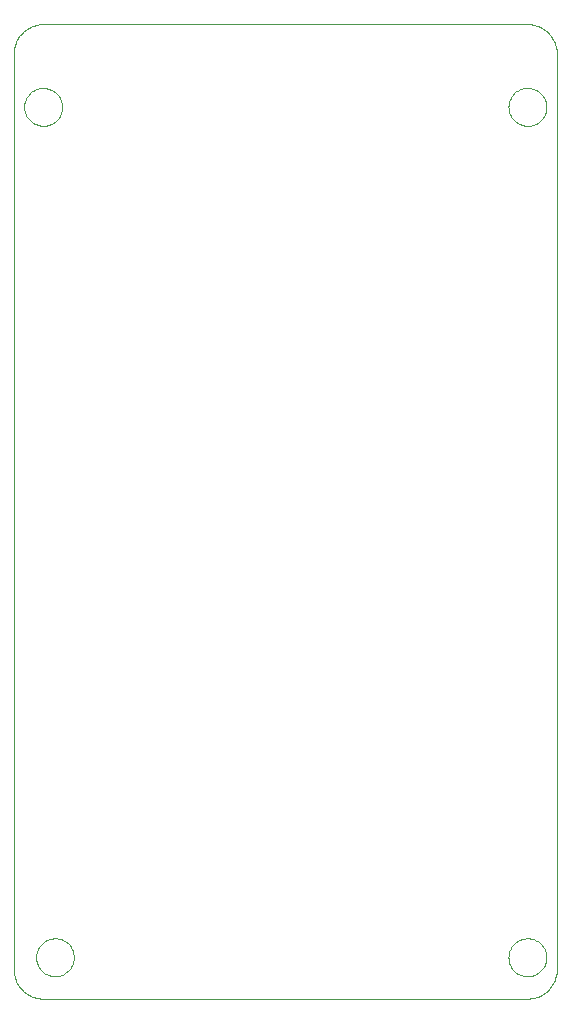
<source format=gbp>
G75*
%MOIN*%
%OFA0B0*%
%FSLAX24Y24*%
%IPPOS*%
%LPD*%
%AMOC8*
5,1,8,0,0,1.08239X$1,22.5*
%
%ADD10C,0.0000*%
D10*
X003149Y005613D02*
X019291Y005613D01*
X019353Y005615D01*
X019414Y005621D01*
X019475Y005630D01*
X019536Y005644D01*
X019595Y005661D01*
X019653Y005682D01*
X019710Y005707D01*
X019765Y005735D01*
X019818Y005766D01*
X019869Y005801D01*
X019918Y005839D01*
X019965Y005880D01*
X020008Y005923D01*
X020049Y005970D01*
X020087Y006019D01*
X020122Y006070D01*
X020153Y006123D01*
X020181Y006178D01*
X020206Y006235D01*
X020227Y006293D01*
X020244Y006352D01*
X020258Y006413D01*
X020267Y006474D01*
X020273Y006535D01*
X020275Y006597D01*
X020275Y037109D01*
X020273Y037171D01*
X020267Y037232D01*
X020258Y037293D01*
X020244Y037354D01*
X020227Y037413D01*
X020206Y037471D01*
X020181Y037528D01*
X020153Y037583D01*
X020122Y037636D01*
X020087Y037687D01*
X020049Y037736D01*
X020008Y037783D01*
X019965Y037826D01*
X019918Y037867D01*
X019869Y037905D01*
X019818Y037940D01*
X019765Y037971D01*
X019710Y037999D01*
X019653Y038024D01*
X019595Y038045D01*
X019536Y038062D01*
X019475Y038076D01*
X019414Y038085D01*
X019353Y038091D01*
X019291Y038093D01*
X003149Y038093D01*
X003087Y038091D01*
X003026Y038085D01*
X002965Y038076D01*
X002904Y038062D01*
X002845Y038045D01*
X002787Y038024D01*
X002730Y037999D01*
X002675Y037971D01*
X002622Y037940D01*
X002571Y037905D01*
X002522Y037867D01*
X002475Y037826D01*
X002432Y037783D01*
X002391Y037736D01*
X002353Y037687D01*
X002318Y037636D01*
X002287Y037583D01*
X002259Y037528D01*
X002234Y037471D01*
X002213Y037413D01*
X002196Y037354D01*
X002182Y037293D01*
X002173Y037232D01*
X002167Y037171D01*
X002165Y037109D01*
X002165Y006597D01*
X002167Y006535D01*
X002173Y006474D01*
X002182Y006413D01*
X002196Y006352D01*
X002213Y006293D01*
X002234Y006235D01*
X002259Y006178D01*
X002287Y006123D01*
X002318Y006070D01*
X002353Y006019D01*
X002391Y005970D01*
X002432Y005923D01*
X002475Y005880D01*
X002522Y005839D01*
X002571Y005801D01*
X002622Y005766D01*
X002675Y005735D01*
X002730Y005707D01*
X002787Y005682D01*
X002845Y005661D01*
X002904Y005644D01*
X002965Y005630D01*
X003026Y005621D01*
X003087Y005615D01*
X003149Y005613D01*
X002913Y006991D02*
X002915Y007041D01*
X002921Y007091D01*
X002931Y007140D01*
X002945Y007188D01*
X002962Y007235D01*
X002983Y007280D01*
X003008Y007324D01*
X003036Y007365D01*
X003068Y007404D01*
X003102Y007441D01*
X003139Y007475D01*
X003179Y007505D01*
X003221Y007532D01*
X003265Y007556D01*
X003311Y007577D01*
X003358Y007593D01*
X003406Y007606D01*
X003456Y007615D01*
X003505Y007620D01*
X003556Y007621D01*
X003606Y007618D01*
X003655Y007611D01*
X003704Y007600D01*
X003752Y007585D01*
X003798Y007567D01*
X003843Y007545D01*
X003886Y007519D01*
X003927Y007490D01*
X003966Y007458D01*
X004002Y007423D01*
X004034Y007385D01*
X004064Y007345D01*
X004091Y007302D01*
X004114Y007258D01*
X004133Y007212D01*
X004149Y007164D01*
X004161Y007115D01*
X004169Y007066D01*
X004173Y007016D01*
X004173Y006966D01*
X004169Y006916D01*
X004161Y006867D01*
X004149Y006818D01*
X004133Y006770D01*
X004114Y006724D01*
X004091Y006680D01*
X004064Y006637D01*
X004034Y006597D01*
X004002Y006559D01*
X003966Y006524D01*
X003927Y006492D01*
X003886Y006463D01*
X003843Y006437D01*
X003798Y006415D01*
X003752Y006397D01*
X003704Y006382D01*
X003655Y006371D01*
X003606Y006364D01*
X003556Y006361D01*
X003505Y006362D01*
X003456Y006367D01*
X003406Y006376D01*
X003358Y006389D01*
X003311Y006405D01*
X003265Y006426D01*
X003221Y006450D01*
X003179Y006477D01*
X003139Y006507D01*
X003102Y006541D01*
X003068Y006578D01*
X003036Y006617D01*
X003008Y006658D01*
X002983Y006702D01*
X002962Y006747D01*
X002945Y006794D01*
X002931Y006842D01*
X002921Y006891D01*
X002915Y006941D01*
X002913Y006991D01*
X002519Y035337D02*
X002521Y035387D01*
X002527Y035437D01*
X002537Y035486D01*
X002551Y035534D01*
X002568Y035581D01*
X002589Y035626D01*
X002614Y035670D01*
X002642Y035711D01*
X002674Y035750D01*
X002708Y035787D01*
X002745Y035821D01*
X002785Y035851D01*
X002827Y035878D01*
X002871Y035902D01*
X002917Y035923D01*
X002964Y035939D01*
X003012Y035952D01*
X003062Y035961D01*
X003111Y035966D01*
X003162Y035967D01*
X003212Y035964D01*
X003261Y035957D01*
X003310Y035946D01*
X003358Y035931D01*
X003404Y035913D01*
X003449Y035891D01*
X003492Y035865D01*
X003533Y035836D01*
X003572Y035804D01*
X003608Y035769D01*
X003640Y035731D01*
X003670Y035691D01*
X003697Y035648D01*
X003720Y035604D01*
X003739Y035558D01*
X003755Y035510D01*
X003767Y035461D01*
X003775Y035412D01*
X003779Y035362D01*
X003779Y035312D01*
X003775Y035262D01*
X003767Y035213D01*
X003755Y035164D01*
X003739Y035116D01*
X003720Y035070D01*
X003697Y035026D01*
X003670Y034983D01*
X003640Y034943D01*
X003608Y034905D01*
X003572Y034870D01*
X003533Y034838D01*
X003492Y034809D01*
X003449Y034783D01*
X003404Y034761D01*
X003358Y034743D01*
X003310Y034728D01*
X003261Y034717D01*
X003212Y034710D01*
X003162Y034707D01*
X003111Y034708D01*
X003062Y034713D01*
X003012Y034722D01*
X002964Y034735D01*
X002917Y034751D01*
X002871Y034772D01*
X002827Y034796D01*
X002785Y034823D01*
X002745Y034853D01*
X002708Y034887D01*
X002674Y034924D01*
X002642Y034963D01*
X002614Y035004D01*
X002589Y035048D01*
X002568Y035093D01*
X002551Y035140D01*
X002537Y035188D01*
X002527Y035237D01*
X002521Y035287D01*
X002519Y035337D01*
X018661Y035337D02*
X018663Y035387D01*
X018669Y035437D01*
X018679Y035486D01*
X018693Y035534D01*
X018710Y035581D01*
X018731Y035626D01*
X018756Y035670D01*
X018784Y035711D01*
X018816Y035750D01*
X018850Y035787D01*
X018887Y035821D01*
X018927Y035851D01*
X018969Y035878D01*
X019013Y035902D01*
X019059Y035923D01*
X019106Y035939D01*
X019154Y035952D01*
X019204Y035961D01*
X019253Y035966D01*
X019304Y035967D01*
X019354Y035964D01*
X019403Y035957D01*
X019452Y035946D01*
X019500Y035931D01*
X019546Y035913D01*
X019591Y035891D01*
X019634Y035865D01*
X019675Y035836D01*
X019714Y035804D01*
X019750Y035769D01*
X019782Y035731D01*
X019812Y035691D01*
X019839Y035648D01*
X019862Y035604D01*
X019881Y035558D01*
X019897Y035510D01*
X019909Y035461D01*
X019917Y035412D01*
X019921Y035362D01*
X019921Y035312D01*
X019917Y035262D01*
X019909Y035213D01*
X019897Y035164D01*
X019881Y035116D01*
X019862Y035070D01*
X019839Y035026D01*
X019812Y034983D01*
X019782Y034943D01*
X019750Y034905D01*
X019714Y034870D01*
X019675Y034838D01*
X019634Y034809D01*
X019591Y034783D01*
X019546Y034761D01*
X019500Y034743D01*
X019452Y034728D01*
X019403Y034717D01*
X019354Y034710D01*
X019304Y034707D01*
X019253Y034708D01*
X019204Y034713D01*
X019154Y034722D01*
X019106Y034735D01*
X019059Y034751D01*
X019013Y034772D01*
X018969Y034796D01*
X018927Y034823D01*
X018887Y034853D01*
X018850Y034887D01*
X018816Y034924D01*
X018784Y034963D01*
X018756Y035004D01*
X018731Y035048D01*
X018710Y035093D01*
X018693Y035140D01*
X018679Y035188D01*
X018669Y035237D01*
X018663Y035287D01*
X018661Y035337D01*
X018661Y006991D02*
X018663Y007041D01*
X018669Y007091D01*
X018679Y007140D01*
X018693Y007188D01*
X018710Y007235D01*
X018731Y007280D01*
X018756Y007324D01*
X018784Y007365D01*
X018816Y007404D01*
X018850Y007441D01*
X018887Y007475D01*
X018927Y007505D01*
X018969Y007532D01*
X019013Y007556D01*
X019059Y007577D01*
X019106Y007593D01*
X019154Y007606D01*
X019204Y007615D01*
X019253Y007620D01*
X019304Y007621D01*
X019354Y007618D01*
X019403Y007611D01*
X019452Y007600D01*
X019500Y007585D01*
X019546Y007567D01*
X019591Y007545D01*
X019634Y007519D01*
X019675Y007490D01*
X019714Y007458D01*
X019750Y007423D01*
X019782Y007385D01*
X019812Y007345D01*
X019839Y007302D01*
X019862Y007258D01*
X019881Y007212D01*
X019897Y007164D01*
X019909Y007115D01*
X019917Y007066D01*
X019921Y007016D01*
X019921Y006966D01*
X019917Y006916D01*
X019909Y006867D01*
X019897Y006818D01*
X019881Y006770D01*
X019862Y006724D01*
X019839Y006680D01*
X019812Y006637D01*
X019782Y006597D01*
X019750Y006559D01*
X019714Y006524D01*
X019675Y006492D01*
X019634Y006463D01*
X019591Y006437D01*
X019546Y006415D01*
X019500Y006397D01*
X019452Y006382D01*
X019403Y006371D01*
X019354Y006364D01*
X019304Y006361D01*
X019253Y006362D01*
X019204Y006367D01*
X019154Y006376D01*
X019106Y006389D01*
X019059Y006405D01*
X019013Y006426D01*
X018969Y006450D01*
X018927Y006477D01*
X018887Y006507D01*
X018850Y006541D01*
X018816Y006578D01*
X018784Y006617D01*
X018756Y006658D01*
X018731Y006702D01*
X018710Y006747D01*
X018693Y006794D01*
X018679Y006842D01*
X018669Y006891D01*
X018663Y006941D01*
X018661Y006991D01*
M02*

</source>
